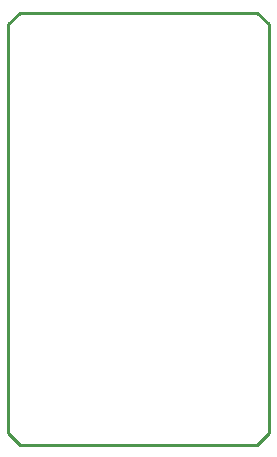
<source format=gbr>
G04 EAGLE Gerber RS-274X export*
G75*
%MOMM*%
%FSLAX34Y34*%
%LPD*%
%IN*%
%IPPOS*%
%AMOC8*
5,1,8,0,0,1.08239X$1,22.5*%
G01*
%ADD10C,0.254000*%


D10*
X0Y10000D02*
X10000Y0D01*
X210980Y0D01*
X220980Y10000D01*
X220980Y355760D01*
X210980Y365760D01*
X10000Y365760D01*
X0Y355760D01*
X0Y10000D01*
M02*

</source>
